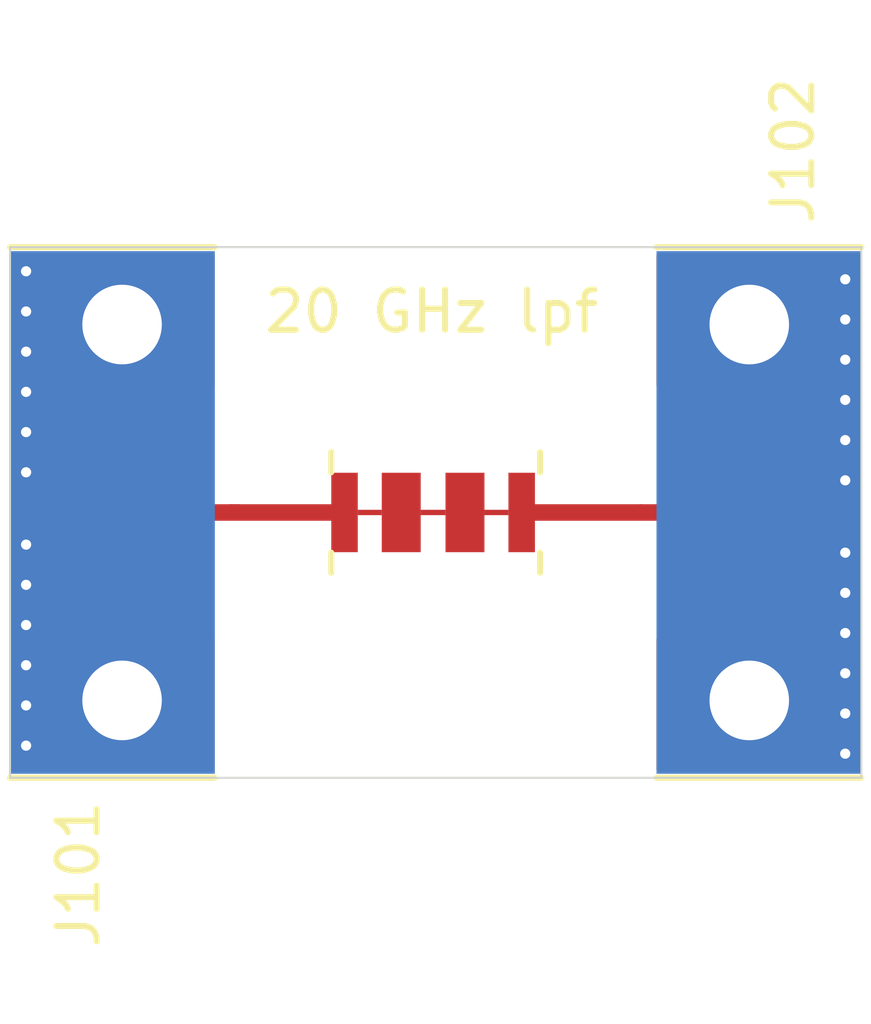
<source format=kicad_pcb>
(kicad_pcb (version 20171130) (host pcbnew "(5.1.4-74-gcf968cb6b)")

  (general
    (thickness 1.6)
    (drawings 5)
    (tracks 5)
    (zones 0)
    (modules 3)
    (nets 4)
  )

  (page A4)
  (layers
    (0 F.Cu signal)
    (1 In1.Cu signal)
    (2 In2.Cu signal)
    (31 B.Cu signal)
    (32 B.Adhes user)
    (33 F.Adhes user)
    (34 B.Paste user)
    (35 F.Paste user)
    (36 B.SilkS user)
    (37 F.SilkS user)
    (38 B.Mask user)
    (39 F.Mask user)
    (40 Dwgs.User user)
    (41 Cmts.User user)
    (42 Eco1.User user)
    (43 Eco2.User user)
    (44 Edge.Cuts user)
    (45 Margin user)
    (46 B.CrtYd user)
    (47 F.CrtYd user)
    (48 B.Fab user)
    (49 F.Fab user)
  )

  (setup
    (last_trace_width 0.25)
    (user_trace_width 0.41)
    (trace_clearance 0.2)
    (zone_clearance 0.2)
    (zone_45_only no)
    (trace_min 0.2)
    (via_size 0.8)
    (via_drill 0.4)
    (via_min_size 0.4)
    (via_min_drill 0.3)
    (uvia_size 0.3)
    (uvia_drill 0.1)
    (uvias_allowed no)
    (uvia_min_size 0.2)
    (uvia_min_drill 0.1)
    (edge_width 0.05)
    (segment_width 0.2)
    (pcb_text_width 0.3)
    (pcb_text_size 1.5 1.5)
    (mod_edge_width 0.12)
    (mod_text_size 1 1)
    (mod_text_width 0.15)
    (pad_size 1.524 1.524)
    (pad_drill 0.762)
    (pad_to_mask_clearance 0.02)
    (solder_mask_min_width 0.15)
    (aux_axis_origin 0 0)
    (visible_elements FFFFFF7F)
    (pcbplotparams
      (layerselection 0x010fc_ffffffff)
      (usegerberextensions false)
      (usegerberattributes false)
      (usegerberadvancedattributes false)
      (creategerberjobfile false)
      (excludeedgelayer true)
      (linewidth 0.100000)
      (plotframeref false)
      (viasonmask false)
      (mode 1)
      (useauxorigin false)
      (hpglpennumber 1)
      (hpglpenspeed 20)
      (hpglpendiameter 15.000000)
      (psnegative false)
      (psa4output false)
      (plotreference true)
      (plotvalue true)
      (plotinvisibletext false)
      (padsonsilk false)
      (subtractmaskfromsilk false)
      (outputformat 1)
      (mirror false)
      (drillshape 1)
      (scaleselection 1)
      (outputdirectory ""))
  )

  (net 0 "")
  (net 1 "Net-(FL101-Pad1)")
  (net 2 "Net-(FL101-Pad2)")
  (net 3 GND)

  (net_class Default "This is the default net class."
    (clearance 0.2)
    (trace_width 0.25)
    (via_dia 0.8)
    (via_drill 0.4)
    (uvia_dia 0.3)
    (uvia_drill 0.1)
    (add_net GND)
    (add_net "Net-(FL101-Pad1)")
    (add_net "Net-(FL101-Pad2)")
  )

  (module vna_mm:sw_edge_oshpark_4layer (layer F.Cu) (tedit 5D8802F6) (tstamp 5D8815F2)
    (at 154.5 83 90)
    (path /5D880968)
    (fp_text reference J101 (at -9 1.7 90) (layer F.SilkS)
      (effects (font (size 1 1) (thickness 0.15)))
    )
    (fp_text value Conn_Coaxial (at -11.9 7.3) (layer F.Fab)
      (effects (font (size 1 1) (thickness 0.15)))
    )
    (fp_line (start 1 8) (end 1.5 8) (layer F.SilkS) (width 0.15))
    (fp_line (start -1 8) (end -1.5 8) (layer F.SilkS) (width 0.15))
    (fp_poly (pts (xy -6.6 0) (xy -0.5 0) (xy -0.5 5.1) (xy -6.6 5.1)) (layer F.Mask) (width 0.1))
    (fp_poly (pts (xy 0.5 0) (xy 6.6 0) (xy 6.6 5.1) (xy 0.5 5.1)) (layer F.Mask) (width 0.1))
    (fp_poly (pts (xy -0.6 1.9) (xy 0.6 1.9) (xy 0.6 5.1) (xy -0.6 5.1)) (layer F.Mask) (width 0.1))
    (fp_poly (pts (xy -0.5 0) (xy 0.5 0) (xy 0.5 1.3) (xy -0.5 1.3)) (layer F.Mask) (width 0.1))
    (fp_line (start 6.6 0) (end 6.6 5.1) (layer F.SilkS) (width 0.15))
    (fp_line (start -6.6 0) (end -6.6 5) (layer F.SilkS) (width 0.15))
    (fp_line (start -6.6 5) (end -6.6 5.1) (layer F.SilkS) (width 0.15))
    (pad 2 smd rect (at 0 2.55 270) (size 13 5.1) (layers B.Cu B.Mask)
      (net 3 GND))
    (pad 2 smd rect (at 4.775 2.85 270) (size 3.25 4.5) (layers F.Cu F.Mask)
      (net 3 GND))
    (pad 2 smd rect (at -4.775 2.85 270) (size 3.25 4.5) (layers F.Cu F.Mask)
      (net 3 GND))
    (pad 2 thru_hole circle (at -4.675 2.79 90) (size 3 3) (drill 1.98) (layers *.Cu *.Mask)
      (net 3 GND))
    (pad 2 thru_hole circle (at 4.675 2.79 90) (size 3 3) (drill 1.98) (layers *.Cu *.Mask)
      (net 3 GND))
    (pad 1 smd rect (at 0 3.04 90) (size 0.41 4.08) (layers F.Cu)
      (net 1 "Net-(FL101-Pad1)"))
    (pad 1 smd trapezoid (at 0 0.55 90) (size 0.3 0.95) (rect_delta 0 0.11 ) (layers F.Cu F.Mask)
      (net 1 "Net-(FL101-Pad1)"))
    (pad 2 smd rect (at 3.4 0.3 270) (size 6 0.6) (layers F.Cu F.Mask)
      (net 3 GND))
    (pad 2 smd trapezoid (at 3.4 0.7 90) (size 5.8 0.2) (rect_delta 0 -0.2 ) (layers F.Cu F.Mask)
      (net 3 GND))
    (pad 2 thru_hole circle (at 1 0.4 90) (size 0.5 0.5) (drill 0.254) (layers *.Cu *.Mask)
      (net 3 GND))
    (pad 2 thru_hole circle (at 2 0.4 90) (size 0.5 0.5) (drill 0.254) (layers *.Cu *.Mask)
      (net 3 GND))
    (pad 2 thru_hole circle (at 3 0.4 90) (size 0.5 0.5) (drill 0.254) (layers *.Cu *.Mask)
      (net 3 GND))
    (pad 2 thru_hole circle (at 4 0.4 90) (size 0.5 0.5) (drill 0.254) (layers *.Cu *.Mask)
      (net 3 GND))
    (pad 2 thru_hole circle (at 5 0.4 90) (size 0.5 0.5) (drill 0.254) (layers *.Cu *.Mask)
      (net 3 GND))
    (pad 2 thru_hole circle (at 6 0.4 90) (size 0.5 0.5) (drill 0.254) (layers *.Cu *.Mask)
      (net 3 GND))
    (pad 2 smd trapezoid (at -3.4 0.7 90) (size 5.8 0.2) (rect_delta 0 -0.2 ) (layers F.Cu F.Mask)
      (net 3 GND))
    (pad 2 smd rect (at -3.4 0.3 270) (size 6 0.6) (layers F.Cu F.Mask)
      (net 3 GND))
    (pad 2 thru_hole circle (at -2.8 0.4 90) (size 0.5 0.5) (drill 0.254) (layers *.Cu *.Mask)
      (net 3 GND))
    (pad 2 thru_hole circle (at -0.8 0.4 90) (size 0.5 0.5) (drill 0.254) (layers *.Cu *.Mask)
      (net 3 GND))
    (pad 2 thru_hole circle (at -1.8 0.4 90) (size 0.5 0.5) (drill 0.254) (layers *.Cu *.Mask)
      (net 3 GND))
    (pad 2 thru_hole circle (at -5.8 0.4 90) (size 0.5 0.5) (drill 0.254) (layers *.Cu *.Mask)
      (net 3 GND))
    (pad 2 thru_hole circle (at -3.8 0.4 90) (size 0.5 0.5) (drill 0.254) (layers *.Cu *.Mask)
      (net 3 GND))
    (pad 2 thru_hole circle (at -4.8 0.4 90) (size 0.5 0.5) (drill 0.254) (layers *.Cu *.Mask)
      (net 3 GND))
  )

  (module vna_mm:sw_edge_oshpark_4layer (layer F.Cu) (tedit 5D8802F6) (tstamp 5D88202F)
    (at 175.7 83 270)
    (path /5D88288F)
    (fp_text reference J102 (at -9 1.7 90) (layer F.SilkS)
      (effects (font (size 1 1) (thickness 0.15)))
    )
    (fp_text value Conn_Coaxial (at -11.9 7.3) (layer F.Fab)
      (effects (font (size 1 1) (thickness 0.15)))
    )
    (fp_line (start 1 8) (end 1.5 8) (layer F.SilkS) (width 0.15))
    (fp_line (start -1 8) (end -1.5 8) (layer F.SilkS) (width 0.15))
    (fp_poly (pts (xy -6.6 0) (xy -0.5 0) (xy -0.5 5.1) (xy -6.6 5.1)) (layer F.Mask) (width 0.1))
    (fp_poly (pts (xy 0.5 0) (xy 6.6 0) (xy 6.6 5.1) (xy 0.5 5.1)) (layer F.Mask) (width 0.1))
    (fp_poly (pts (xy -0.6 1.9) (xy 0.6 1.9) (xy 0.6 5.1) (xy -0.6 5.1)) (layer F.Mask) (width 0.1))
    (fp_poly (pts (xy -0.5 0) (xy 0.5 0) (xy 0.5 1.3) (xy -0.5 1.3)) (layer F.Mask) (width 0.1))
    (fp_line (start 6.6 0) (end 6.6 5.1) (layer F.SilkS) (width 0.15))
    (fp_line (start -6.6 0) (end -6.6 5) (layer F.SilkS) (width 0.15))
    (fp_line (start -6.6 5) (end -6.6 5.1) (layer F.SilkS) (width 0.15))
    (pad 2 smd rect (at 0 2.55 90) (size 13 5.1) (layers B.Cu B.Mask)
      (net 3 GND))
    (pad 2 smd rect (at 4.775 2.85 90) (size 3.25 4.5) (layers F.Cu F.Mask)
      (net 3 GND))
    (pad 2 smd rect (at -4.775 2.85 90) (size 3.25 4.5) (layers F.Cu F.Mask)
      (net 3 GND))
    (pad 2 thru_hole circle (at -4.675 2.79 270) (size 3 3) (drill 1.98) (layers *.Cu *.Mask)
      (net 3 GND))
    (pad 2 thru_hole circle (at 4.675 2.79 270) (size 3 3) (drill 1.98) (layers *.Cu *.Mask)
      (net 3 GND))
    (pad 1 smd rect (at 0 3.04 270) (size 0.41 4.08) (layers F.Cu)
      (net 2 "Net-(FL101-Pad2)"))
    (pad 1 smd trapezoid (at 0 0.55 270) (size 0.3 0.95) (rect_delta 0 0.11 ) (layers F.Cu F.Mask)
      (net 2 "Net-(FL101-Pad2)"))
    (pad 2 smd rect (at 3.4 0.3 90) (size 6 0.6) (layers F.Cu F.Mask)
      (net 3 GND))
    (pad 2 smd trapezoid (at 3.4 0.7 270) (size 5.8 0.2) (rect_delta 0 -0.2 ) (layers F.Cu F.Mask)
      (net 3 GND))
    (pad 2 thru_hole circle (at 1 0.4 270) (size 0.5 0.5) (drill 0.254) (layers *.Cu *.Mask)
      (net 3 GND))
    (pad 2 thru_hole circle (at 2 0.4 270) (size 0.5 0.5) (drill 0.254) (layers *.Cu *.Mask)
      (net 3 GND))
    (pad 2 thru_hole circle (at 3 0.4 270) (size 0.5 0.5) (drill 0.254) (layers *.Cu *.Mask)
      (net 3 GND))
    (pad 2 thru_hole circle (at 4 0.4 270) (size 0.5 0.5) (drill 0.254) (layers *.Cu *.Mask)
      (net 3 GND))
    (pad 2 thru_hole circle (at 5 0.4 270) (size 0.5 0.5) (drill 0.254) (layers *.Cu *.Mask)
      (net 3 GND))
    (pad 2 thru_hole circle (at 6 0.4 270) (size 0.5 0.5) (drill 0.254) (layers *.Cu *.Mask)
      (net 3 GND))
    (pad 2 smd trapezoid (at -3.4 0.7 270) (size 5.8 0.2) (rect_delta 0 -0.2 ) (layers F.Cu F.Mask)
      (net 3 GND))
    (pad 2 smd rect (at -3.4 0.3 90) (size 6 0.6) (layers F.Cu F.Mask)
      (net 3 GND))
    (pad 2 thru_hole circle (at -2.8 0.4 270) (size 0.5 0.5) (drill 0.254) (layers *.Cu *.Mask)
      (net 3 GND))
    (pad 2 thru_hole circle (at -0.8 0.4 270) (size 0.5 0.5) (drill 0.254) (layers *.Cu *.Mask)
      (net 3 GND))
    (pad 2 thru_hole circle (at -1.8 0.4 270) (size 0.5 0.5) (drill 0.254) (layers *.Cu *.Mask)
      (net 3 GND))
    (pad 2 thru_hole circle (at -5.8 0.4 270) (size 0.5 0.5) (drill 0.254) (layers *.Cu *.Mask)
      (net 3 GND))
    (pad 2 thru_hole circle (at -3.8 0.4 270) (size 0.5 0.5) (drill 0.254) (layers *.Cu *.Mask)
      (net 3 GND))
    (pad 2 thru_hole circle (at -4.8 0.4 270) (size 0.5 0.5) (drill 0.254) (layers *.Cu *.Mask)
      (net 3 GND))
  )

  (module vna_footprints:stepped_lpf_20ghz_fr408 (layer F.Cu) (tedit 0) (tstamp 5D88060E)
    (at 162.5 83)
    (path /5D880716)
    (attr smd)
    (fp_text reference FL101 (at 0 -1.27) (layer F.SilkS) hide
      (effects (font (size 0.7 0.7) (thickness 0.127)))
    )
    (fp_text value low_pass_filter (at 0 1.27) (layer F.SilkS) hide
      (effects (font (size 0.7 0.7) (thickness 0.127)))
    )
    (fp_poly (pts (xy 0 0.98806) (xy 0 -0.98806) (xy 0.6604 -0.98806) (xy 0.6604 0.98806)
      (xy 0 0.98806)) (layer F.Cu) (width 0))
    (fp_poly (pts (xy 0.6604 0.066675) (xy 0.6604 -0.066675) (xy 1.2573 -0.066675) (xy 1.2573 0.066675)
      (xy 0.6604 0.066675)) (layer F.Cu) (width 0))
    (fp_poly (pts (xy 1.2573 0.98806) (xy 1.2573 -0.98806) (xy 2.22758 -0.98806) (xy 2.22758 0.98806)
      (xy 1.2573 0.98806)) (layer F.Cu) (width 0))
    (fp_poly (pts (xy 2.22758 0.066675) (xy 2.22758 -0.066675) (xy 2.8448 -0.066675) (xy 2.8448 0.066675)
      (xy 2.22758 0.066675)) (layer F.Cu) (width 0))
    (fp_poly (pts (xy 2.8448 0.98806) (xy 2.8448 -0.98806) (xy 3.81508 -0.98806) (xy 3.81508 0.98806)
      (xy 2.8448 0.98806)) (layer F.Cu) (width 0))
    (fp_poly (pts (xy 3.81508 0.066675) (xy 3.81508 -0.066675) (xy 4.41198 -0.066675) (xy 4.41198 0.066675)
      (xy 3.81508 0.066675)) (layer F.Cu) (width 0))
    (fp_poly (pts (xy 4.41198 0.98806) (xy 4.41198 -0.98806) (xy 5.07238 -0.98806) (xy 5.07238 0.98806)
      (xy 4.41198 0.98806)) (layer F.Cu) (width 0))
    (pad 1 smd rect (at 0.205 0) (size 0.41 0.41) (layers F.Cu)
      (net 1 "Net-(FL101-Pad1)"))
    (pad 2 smd rect (at 4.86738 0) (size 0.41 0.41) (layers F.Cu)
      (net 2 "Net-(FL101-Pad2)"))
  )

  (gr_text "20 GHz lpf" (at 165 78) (layer F.SilkS)
    (effects (font (size 1 1) (thickness 0.15)))
  )
  (gr_line (start 154.5 76.4) (end 175.7 76.4) (layer Edge.Cuts) (width 0.05) (tstamp 5D8820E0))
  (gr_line (start 175.7 89.6) (end 154.5 89.6) (layer Edge.Cuts) (width 0.05) (tstamp 5D8820DF))
  (gr_line (start 175.7 76.4) (end 175.7 89.6) (layer Edge.Cuts) (width 0.05) (tstamp 5D88180E))
  (gr_line (start 154.5 76.4) (end 154.5 89.6) (layer Edge.Cuts) (width 0.05))

  (segment (start 160 83) (end 162.7 83) (width 0.41) (layer F.Cu) (net 1) (status 20))
  (segment (start 157.54 83) (end 160 83) (width 0.41) (layer F.Cu) (net 1) (status 10))
  (segment (start 160 83) (end 160.205 83) (width 0.41) (layer F.Cu) (net 1))
  (segment (start 170.21 83) (end 167.41418 83) (width 0.41) (layer F.Cu) (net 2))
  (segment (start 172.66 83) (end 170.21 83) (width 0.41) (layer F.Cu) (net 2) (status 10))

  (zone (net 3) (net_name GND) (layer In1.Cu) (tstamp 0) (hatch edge 0.508)
    (connect_pads yes (clearance 0.2))
    (min_thickness 0.2)
    (fill yes (arc_segments 32) (thermal_gap 0.508) (thermal_bridge_width 0.508))
    (polygon
      (pts
        (xy 154.5 76.4) (xy 154.5 89.6) (xy 175.8 89.6) (xy 175.8 76.4)
      )
    )
    (filled_polygon
      (pts
        (xy 175.375001 89.275) (xy 154.825 89.275) (xy 154.825 76.725) (xy 175.375 76.725)
      )
    )
  )
  (zone (net 0) (net_name "") (layer F.Mask) (tstamp 0) (hatch edge 0.508)
    (connect_pads yes (clearance 0.2))
    (min_thickness 0.2)
    (fill yes (arc_segments 32) (thermal_gap 0.508) (thermal_bridge_width 0.508))
    (polygon
      (pts
        (xy 159 79.5) (xy 159 86.5) (xy 173.7 86.5) (xy 173.7 79.5)
      )
    )
    (filled_polygon
      (pts
        (xy 173.6 86.4) (xy 159.1 86.4) (xy 159.1 79.6) (xy 173.6 79.6)
      )
    )
  )
)

</source>
